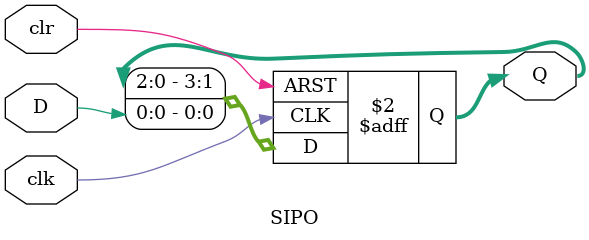
<source format=v>
module SIPO(D,clk,clr,Q);
  input D,clk,clr;
  output reg [3:0]Q;
  
  always@(posedge clk or posedge clr)
    begin
      if(clr)
        Q=4'b0000;
      else
        begin
          Q[0]<=D;
          Q[1]<=Q[0];
          Q[2]<=Q[1];
          Q[3]<=Q[2];
        end
    end
endmodule
</source>
